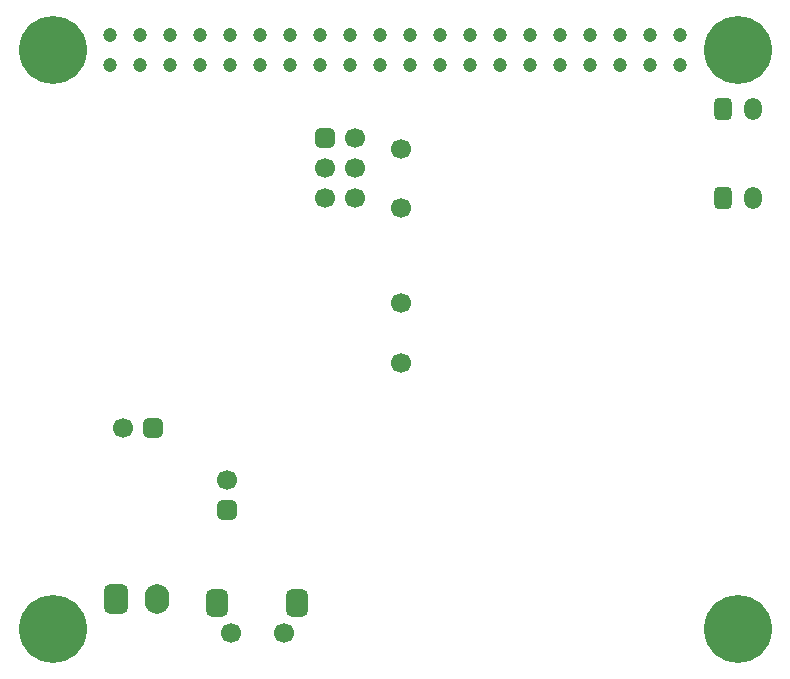
<source format=gbs>
G04*
G04 #@! TF.GenerationSoftware,Altium Limited,Altium Designer,19.1.8 (144)*
G04*
G04 Layer_Color=8150272*
%FSLAX25Y25*%
%MOIN*%
G70*
G01*
G75*
%ADD46C,0.06693*%
G04:AMPARAMS|DCode=47|XSize=66.93mil|YSize=66.93mil|CornerRadius=17.72mil|HoleSize=0mil|Usage=FLASHONLY|Rotation=0.000|XOffset=0mil|YOffset=0mil|HoleType=Round|Shape=RoundedRectangle|*
%AMROUNDEDRECTD47*
21,1,0.06693,0.03150,0,0,0.0*
21,1,0.03150,0.06693,0,0,0.0*
1,1,0.03543,0.01575,-0.01575*
1,1,0.03543,-0.01575,-0.01575*
1,1,0.03543,-0.01575,0.01575*
1,1,0.03543,0.01575,0.01575*
%
%ADD47ROUNDEDRECTD47*%
G04:AMPARAMS|DCode=48|XSize=74.8mil|YSize=90.55mil|CornerRadius=19.68mil|HoleSize=0mil|Usage=FLASHONLY|Rotation=180.000|XOffset=0mil|YOffset=0mil|HoleType=Round|Shape=RoundedRectangle|*
%AMROUNDEDRECTD48*
21,1,0.07480,0.05118,0,0,180.0*
21,1,0.03543,0.09055,0,0,180.0*
1,1,0.03937,-0.01772,0.02559*
1,1,0.03937,0.01772,0.02559*
1,1,0.03937,0.01772,-0.02559*
1,1,0.03937,-0.01772,-0.02559*
%
%ADD48ROUNDEDRECTD48*%
G04:AMPARAMS|DCode=49|XSize=59.06mil|YSize=74.8mil|CornerRadius=15.75mil|HoleSize=0mil|Usage=FLASHONLY|Rotation=0.000|XOffset=0mil|YOffset=0mil|HoleType=Round|Shape=RoundedRectangle|*
%AMROUNDEDRECTD49*
21,1,0.05906,0.04331,0,0,0.0*
21,1,0.02756,0.07480,0,0,0.0*
1,1,0.03150,0.01378,-0.02165*
1,1,0.03150,-0.01378,-0.02165*
1,1,0.03150,-0.01378,0.02165*
1,1,0.03150,0.01378,0.02165*
%
%ADD49ROUNDEDRECTD49*%
%ADD50O,0.05906X0.07480*%
%ADD51C,0.04724*%
%ADD52O,0.08268X0.09843*%
G04:AMPARAMS|DCode=53|XSize=82.68mil|YSize=98.43mil|CornerRadius=21.65mil|HoleSize=0mil|Usage=FLASHONLY|Rotation=0.000|XOffset=0mil|YOffset=0mil|HoleType=Round|Shape=RoundedRectangle|*
%AMROUNDEDRECTD53*
21,1,0.08268,0.05512,0,0,0.0*
21,1,0.03937,0.09843,0,0,0.0*
1,1,0.04331,0.01968,-0.02756*
1,1,0.04331,-0.01968,-0.02756*
1,1,0.04331,-0.01968,0.02756*
1,1,0.04331,0.01968,0.02756*
%
%ADD53ROUNDEDRECTD53*%
%ADD54C,0.22638*%
D46*
X114450Y177323D02*
D03*
X104449Y167323D02*
D03*
X114450D02*
D03*
Y157323D02*
D03*
X104449D02*
D03*
X90748Y12402D02*
D03*
X73032D02*
D03*
X71850Y63267D02*
D03*
X129921Y122244D02*
D03*
Y102559D02*
D03*
Y173819D02*
D03*
Y154134D02*
D03*
X37244Y80709D02*
D03*
D47*
X104449Y177323D02*
D03*
X71850Y53267D02*
D03*
X47244Y80709D02*
D03*
D48*
X95276Y22244D02*
D03*
X68504D02*
D03*
D49*
X237126Y157480D02*
D03*
Y187008D02*
D03*
D50*
X247126Y157480D02*
D03*
Y187008D02*
D03*
D51*
X212953Y211693D02*
D03*
X202953D02*
D03*
X172953D02*
D03*
X162953D02*
D03*
X132953D02*
D03*
X122953D02*
D03*
X92953D02*
D03*
X82953D02*
D03*
X52953D02*
D03*
X42953D02*
D03*
X222953D02*
D03*
X182953D02*
D03*
X192953D02*
D03*
X142953D02*
D03*
X152953D02*
D03*
X102953D02*
D03*
X112953D02*
D03*
X72953D02*
D03*
X62953D02*
D03*
X32953D02*
D03*
X212953Y201693D02*
D03*
X202953D02*
D03*
X172953D02*
D03*
X162953D02*
D03*
X132953D02*
D03*
X122953D02*
D03*
X92953D02*
D03*
X82953D02*
D03*
X52953D02*
D03*
X42953D02*
D03*
X222953D02*
D03*
X182953D02*
D03*
X192953D02*
D03*
X142953D02*
D03*
X152953D02*
D03*
X102953D02*
D03*
X112953D02*
D03*
X72953D02*
D03*
X62953D02*
D03*
X32953D02*
D03*
D52*
X48622Y23622D02*
D03*
D53*
X34843D02*
D03*
D54*
X242126Y206693D02*
D03*
Y13780D02*
D03*
X13780Y206693D02*
D03*
Y13780D02*
D03*
M02*

</source>
